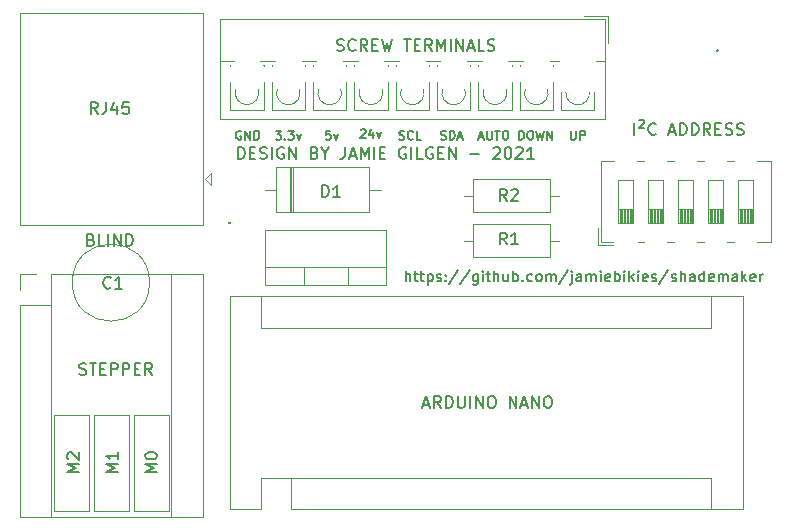
<source format=gbr>
%TF.GenerationSoftware,KiCad,Pcbnew,(5.1.9-0-10_14)*%
%TF.CreationDate,2021-03-28T23:18:51-04:00*%
%TF.ProjectId,shademaker,73686164-656d-4616-9b65-722e6b696361,rev?*%
%TF.SameCoordinates,Original*%
%TF.FileFunction,Legend,Top*%
%TF.FilePolarity,Positive*%
%FSLAX46Y46*%
G04 Gerber Fmt 4.6, Leading zero omitted, Abs format (unit mm)*
G04 Created by KiCad (PCBNEW (5.1.9-0-10_14)) date 2021-03-28 23:18:51*
%MOMM*%
%LPD*%
G01*
G04 APERTURE LIST*
%ADD10C,0.150000*%
%ADD11C,0.120000*%
G04 APERTURE END LIST*
D10*
X146629571Y-87473285D02*
X147093857Y-87473285D01*
X146843857Y-87759000D01*
X146951000Y-87759000D01*
X147022428Y-87794714D01*
X147058142Y-87830428D01*
X147093857Y-87901857D01*
X147093857Y-88080428D01*
X147058142Y-88151857D01*
X147022428Y-88187571D01*
X146951000Y-88223285D01*
X146736714Y-88223285D01*
X146665285Y-88187571D01*
X146629571Y-88151857D01*
X147415285Y-88151857D02*
X147451000Y-88187571D01*
X147415285Y-88223285D01*
X147379571Y-88187571D01*
X147415285Y-88151857D01*
X147415285Y-88223285D01*
X147701000Y-87473285D02*
X148165285Y-87473285D01*
X147915285Y-87759000D01*
X148022428Y-87759000D01*
X148093857Y-87794714D01*
X148129571Y-87830428D01*
X148165285Y-87901857D01*
X148165285Y-88080428D01*
X148129571Y-88151857D01*
X148093857Y-88187571D01*
X148022428Y-88223285D01*
X147808142Y-88223285D01*
X147736714Y-88187571D01*
X147701000Y-88151857D01*
X148415285Y-87723285D02*
X148593857Y-88223285D01*
X148772428Y-87723285D01*
X171622714Y-87473285D02*
X171622714Y-88080428D01*
X171658428Y-88151857D01*
X171694142Y-88187571D01*
X171765571Y-88223285D01*
X171908428Y-88223285D01*
X171979857Y-88187571D01*
X172015571Y-88151857D01*
X172051285Y-88080428D01*
X172051285Y-87473285D01*
X172408428Y-88223285D02*
X172408428Y-87473285D01*
X172694142Y-87473285D01*
X172765571Y-87509000D01*
X172801285Y-87544714D01*
X172837000Y-87616142D01*
X172837000Y-87723285D01*
X172801285Y-87794714D01*
X172765571Y-87830428D01*
X172694142Y-87866142D01*
X172408428Y-87866142D01*
X167245285Y-88223285D02*
X167245285Y-87473285D01*
X167423857Y-87473285D01*
X167531000Y-87509000D01*
X167602428Y-87580428D01*
X167638142Y-87651857D01*
X167673857Y-87794714D01*
X167673857Y-87901857D01*
X167638142Y-88044714D01*
X167602428Y-88116142D01*
X167531000Y-88187571D01*
X167423857Y-88223285D01*
X167245285Y-88223285D01*
X168138142Y-87473285D02*
X168281000Y-87473285D01*
X168352428Y-87509000D01*
X168423857Y-87580428D01*
X168459571Y-87723285D01*
X168459571Y-87973285D01*
X168423857Y-88116142D01*
X168352428Y-88187571D01*
X168281000Y-88223285D01*
X168138142Y-88223285D01*
X168066714Y-88187571D01*
X167995285Y-88116142D01*
X167959571Y-87973285D01*
X167959571Y-87723285D01*
X167995285Y-87580428D01*
X168066714Y-87509000D01*
X168138142Y-87473285D01*
X168709571Y-87473285D02*
X168888142Y-88223285D01*
X169031000Y-87687571D01*
X169173857Y-88223285D01*
X169352428Y-87473285D01*
X169638142Y-88223285D02*
X169638142Y-87473285D01*
X170066714Y-88223285D01*
X170066714Y-87473285D01*
X163850000Y-88009000D02*
X164207142Y-88009000D01*
X163778571Y-88223285D02*
X164028571Y-87473285D01*
X164278571Y-88223285D01*
X164528571Y-87473285D02*
X164528571Y-88080428D01*
X164564285Y-88151857D01*
X164600000Y-88187571D01*
X164671428Y-88223285D01*
X164814285Y-88223285D01*
X164885714Y-88187571D01*
X164921428Y-88151857D01*
X164957142Y-88080428D01*
X164957142Y-87473285D01*
X165207142Y-87473285D02*
X165635714Y-87473285D01*
X165421428Y-88223285D02*
X165421428Y-87473285D01*
X166028571Y-87473285D02*
X166171428Y-87473285D01*
X166242857Y-87509000D01*
X166314285Y-87580428D01*
X166350000Y-87723285D01*
X166350000Y-87973285D01*
X166314285Y-88116142D01*
X166242857Y-88187571D01*
X166171428Y-88223285D01*
X166028571Y-88223285D01*
X165957142Y-88187571D01*
X165885714Y-88116142D01*
X165850000Y-87973285D01*
X165850000Y-87723285D01*
X165885714Y-87580428D01*
X165957142Y-87509000D01*
X166028571Y-87473285D01*
X160633285Y-88187571D02*
X160740428Y-88223285D01*
X160919000Y-88223285D01*
X160990428Y-88187571D01*
X161026142Y-88151857D01*
X161061857Y-88080428D01*
X161061857Y-88009000D01*
X161026142Y-87937571D01*
X160990428Y-87901857D01*
X160919000Y-87866142D01*
X160776142Y-87830428D01*
X160704714Y-87794714D01*
X160669000Y-87759000D01*
X160633285Y-87687571D01*
X160633285Y-87616142D01*
X160669000Y-87544714D01*
X160704714Y-87509000D01*
X160776142Y-87473285D01*
X160954714Y-87473285D01*
X161061857Y-87509000D01*
X161383285Y-88223285D02*
X161383285Y-87473285D01*
X161561857Y-87473285D01*
X161669000Y-87509000D01*
X161740428Y-87580428D01*
X161776142Y-87651857D01*
X161811857Y-87794714D01*
X161811857Y-87901857D01*
X161776142Y-88044714D01*
X161740428Y-88116142D01*
X161669000Y-88187571D01*
X161561857Y-88223285D01*
X161383285Y-88223285D01*
X162097571Y-88009000D02*
X162454714Y-88009000D01*
X162026142Y-88223285D02*
X162276142Y-87473285D01*
X162526142Y-88223285D01*
X157095142Y-88187571D02*
X157202285Y-88223285D01*
X157380857Y-88223285D01*
X157452285Y-88187571D01*
X157488000Y-88151857D01*
X157523714Y-88080428D01*
X157523714Y-88009000D01*
X157488000Y-87937571D01*
X157452285Y-87901857D01*
X157380857Y-87866142D01*
X157238000Y-87830428D01*
X157166571Y-87794714D01*
X157130857Y-87759000D01*
X157095142Y-87687571D01*
X157095142Y-87616142D01*
X157130857Y-87544714D01*
X157166571Y-87509000D01*
X157238000Y-87473285D01*
X157416571Y-87473285D01*
X157523714Y-87509000D01*
X158273714Y-88151857D02*
X158238000Y-88187571D01*
X158130857Y-88223285D01*
X158059428Y-88223285D01*
X157952285Y-88187571D01*
X157880857Y-88116142D01*
X157845142Y-88044714D01*
X157809428Y-87901857D01*
X157809428Y-87794714D01*
X157845142Y-87651857D01*
X157880857Y-87580428D01*
X157952285Y-87509000D01*
X158059428Y-87473285D01*
X158130857Y-87473285D01*
X158238000Y-87509000D01*
X158273714Y-87544714D01*
X158952285Y-88223285D02*
X158595142Y-88223285D01*
X158595142Y-87473285D01*
X153828857Y-87417714D02*
X153864571Y-87382000D01*
X153936000Y-87346285D01*
X154114571Y-87346285D01*
X154186000Y-87382000D01*
X154221714Y-87417714D01*
X154257428Y-87489142D01*
X154257428Y-87560571D01*
X154221714Y-87667714D01*
X153793142Y-88096285D01*
X154257428Y-88096285D01*
X154900285Y-87596285D02*
X154900285Y-88096285D01*
X154721714Y-87310571D02*
X154543142Y-87846285D01*
X155007428Y-87846285D01*
X155221714Y-87596285D02*
X155400285Y-88096285D01*
X155578857Y-87596285D01*
X151276857Y-87473285D02*
X150919714Y-87473285D01*
X150884000Y-87830428D01*
X150919714Y-87794714D01*
X150991142Y-87759000D01*
X151169714Y-87759000D01*
X151241142Y-87794714D01*
X151276857Y-87830428D01*
X151312571Y-87901857D01*
X151312571Y-88080428D01*
X151276857Y-88151857D01*
X151241142Y-88187571D01*
X151169714Y-88223285D01*
X150991142Y-88223285D01*
X150919714Y-88187571D01*
X150884000Y-88151857D01*
X151562571Y-87723285D02*
X151741142Y-88223285D01*
X151919714Y-87723285D01*
X143700571Y-87509000D02*
X143629142Y-87473285D01*
X143522000Y-87473285D01*
X143414857Y-87509000D01*
X143343428Y-87580428D01*
X143307714Y-87651857D01*
X143272000Y-87794714D01*
X143272000Y-87901857D01*
X143307714Y-88044714D01*
X143343428Y-88116142D01*
X143414857Y-88187571D01*
X143522000Y-88223285D01*
X143593428Y-88223285D01*
X143700571Y-88187571D01*
X143736285Y-88151857D01*
X143736285Y-87901857D01*
X143593428Y-87901857D01*
X144057714Y-88223285D02*
X144057714Y-87473285D01*
X144486285Y-88223285D01*
X144486285Y-87473285D01*
X144843428Y-88223285D02*
X144843428Y-87473285D01*
X145022000Y-87473285D01*
X145129142Y-87509000D01*
X145200571Y-87580428D01*
X145236285Y-87651857D01*
X145272000Y-87794714D01*
X145272000Y-87901857D01*
X145236285Y-88044714D01*
X145200571Y-88116142D01*
X145129142Y-88187571D01*
X145022000Y-88223285D01*
X144843428Y-88223285D01*
X157655714Y-100229142D02*
X157655714Y-99329142D01*
X158041428Y-100229142D02*
X158041428Y-99757714D01*
X157998571Y-99672000D01*
X157912857Y-99629142D01*
X157784285Y-99629142D01*
X157698571Y-99672000D01*
X157655714Y-99714857D01*
X158341428Y-99629142D02*
X158684285Y-99629142D01*
X158470000Y-99329142D02*
X158470000Y-100100571D01*
X158512857Y-100186285D01*
X158598571Y-100229142D01*
X158684285Y-100229142D01*
X158855714Y-99629142D02*
X159198571Y-99629142D01*
X158984285Y-99329142D02*
X158984285Y-100100571D01*
X159027142Y-100186285D01*
X159112857Y-100229142D01*
X159198571Y-100229142D01*
X159498571Y-99629142D02*
X159498571Y-100529142D01*
X159498571Y-99672000D02*
X159584285Y-99629142D01*
X159755714Y-99629142D01*
X159841428Y-99672000D01*
X159884285Y-99714857D01*
X159927142Y-99800571D01*
X159927142Y-100057714D01*
X159884285Y-100143428D01*
X159841428Y-100186285D01*
X159755714Y-100229142D01*
X159584285Y-100229142D01*
X159498571Y-100186285D01*
X160270000Y-100186285D02*
X160355714Y-100229142D01*
X160527142Y-100229142D01*
X160612857Y-100186285D01*
X160655714Y-100100571D01*
X160655714Y-100057714D01*
X160612857Y-99972000D01*
X160527142Y-99929142D01*
X160398571Y-99929142D01*
X160312857Y-99886285D01*
X160270000Y-99800571D01*
X160270000Y-99757714D01*
X160312857Y-99672000D01*
X160398571Y-99629142D01*
X160527142Y-99629142D01*
X160612857Y-99672000D01*
X161041428Y-100143428D02*
X161084285Y-100186285D01*
X161041428Y-100229142D01*
X160998571Y-100186285D01*
X161041428Y-100143428D01*
X161041428Y-100229142D01*
X161041428Y-99672000D02*
X161084285Y-99714857D01*
X161041428Y-99757714D01*
X160998571Y-99714857D01*
X161041428Y-99672000D01*
X161041428Y-99757714D01*
X162112857Y-99286285D02*
X161341428Y-100443428D01*
X163055714Y-99286285D02*
X162284285Y-100443428D01*
X163741428Y-99629142D02*
X163741428Y-100357714D01*
X163698571Y-100443428D01*
X163655714Y-100486285D01*
X163570000Y-100529142D01*
X163441428Y-100529142D01*
X163355714Y-100486285D01*
X163741428Y-100186285D02*
X163655714Y-100229142D01*
X163484285Y-100229142D01*
X163398571Y-100186285D01*
X163355714Y-100143428D01*
X163312857Y-100057714D01*
X163312857Y-99800571D01*
X163355714Y-99714857D01*
X163398571Y-99672000D01*
X163484285Y-99629142D01*
X163655714Y-99629142D01*
X163741428Y-99672000D01*
X164170000Y-100229142D02*
X164170000Y-99629142D01*
X164170000Y-99329142D02*
X164127142Y-99372000D01*
X164170000Y-99414857D01*
X164212857Y-99372000D01*
X164170000Y-99329142D01*
X164170000Y-99414857D01*
X164470000Y-99629142D02*
X164812857Y-99629142D01*
X164598571Y-99329142D02*
X164598571Y-100100571D01*
X164641428Y-100186285D01*
X164727142Y-100229142D01*
X164812857Y-100229142D01*
X165112857Y-100229142D02*
X165112857Y-99329142D01*
X165498571Y-100229142D02*
X165498571Y-99757714D01*
X165455714Y-99672000D01*
X165370000Y-99629142D01*
X165241428Y-99629142D01*
X165155714Y-99672000D01*
X165112857Y-99714857D01*
X166312857Y-99629142D02*
X166312857Y-100229142D01*
X165927142Y-99629142D02*
X165927142Y-100100571D01*
X165970000Y-100186285D01*
X166055714Y-100229142D01*
X166184285Y-100229142D01*
X166270000Y-100186285D01*
X166312857Y-100143428D01*
X166741428Y-100229142D02*
X166741428Y-99329142D01*
X166741428Y-99672000D02*
X166827142Y-99629142D01*
X166998571Y-99629142D01*
X167084285Y-99672000D01*
X167127142Y-99714857D01*
X167170000Y-99800571D01*
X167170000Y-100057714D01*
X167127142Y-100143428D01*
X167084285Y-100186285D01*
X166998571Y-100229142D01*
X166827142Y-100229142D01*
X166741428Y-100186285D01*
X167555714Y-100143428D02*
X167598571Y-100186285D01*
X167555714Y-100229142D01*
X167512857Y-100186285D01*
X167555714Y-100143428D01*
X167555714Y-100229142D01*
X168370000Y-100186285D02*
X168284285Y-100229142D01*
X168112857Y-100229142D01*
X168027142Y-100186285D01*
X167984285Y-100143428D01*
X167941428Y-100057714D01*
X167941428Y-99800571D01*
X167984285Y-99714857D01*
X168027142Y-99672000D01*
X168112857Y-99629142D01*
X168284285Y-99629142D01*
X168370000Y-99672000D01*
X168884285Y-100229142D02*
X168798571Y-100186285D01*
X168755714Y-100143428D01*
X168712857Y-100057714D01*
X168712857Y-99800571D01*
X168755714Y-99714857D01*
X168798571Y-99672000D01*
X168884285Y-99629142D01*
X169012857Y-99629142D01*
X169098571Y-99672000D01*
X169141428Y-99714857D01*
X169184285Y-99800571D01*
X169184285Y-100057714D01*
X169141428Y-100143428D01*
X169098571Y-100186285D01*
X169012857Y-100229142D01*
X168884285Y-100229142D01*
X169570000Y-100229142D02*
X169570000Y-99629142D01*
X169570000Y-99714857D02*
X169612857Y-99672000D01*
X169698571Y-99629142D01*
X169827142Y-99629142D01*
X169912857Y-99672000D01*
X169955714Y-99757714D01*
X169955714Y-100229142D01*
X169955714Y-99757714D02*
X169998571Y-99672000D01*
X170084285Y-99629142D01*
X170212857Y-99629142D01*
X170298571Y-99672000D01*
X170341428Y-99757714D01*
X170341428Y-100229142D01*
X171412857Y-99286285D02*
X170641428Y-100443428D01*
X171712857Y-99629142D02*
X171712857Y-100400571D01*
X171670000Y-100486285D01*
X171584285Y-100529142D01*
X171541428Y-100529142D01*
X171712857Y-99329142D02*
X171670000Y-99372000D01*
X171712857Y-99414857D01*
X171755714Y-99372000D01*
X171712857Y-99329142D01*
X171712857Y-99414857D01*
X172527142Y-100229142D02*
X172527142Y-99757714D01*
X172484285Y-99672000D01*
X172398571Y-99629142D01*
X172227142Y-99629142D01*
X172141428Y-99672000D01*
X172527142Y-100186285D02*
X172441428Y-100229142D01*
X172227142Y-100229142D01*
X172141428Y-100186285D01*
X172098571Y-100100571D01*
X172098571Y-100014857D01*
X172141428Y-99929142D01*
X172227142Y-99886285D01*
X172441428Y-99886285D01*
X172527142Y-99843428D01*
X172955714Y-100229142D02*
X172955714Y-99629142D01*
X172955714Y-99714857D02*
X172998571Y-99672000D01*
X173084285Y-99629142D01*
X173212857Y-99629142D01*
X173298571Y-99672000D01*
X173341428Y-99757714D01*
X173341428Y-100229142D01*
X173341428Y-99757714D02*
X173384285Y-99672000D01*
X173470000Y-99629142D01*
X173598571Y-99629142D01*
X173684285Y-99672000D01*
X173727142Y-99757714D01*
X173727142Y-100229142D01*
X174155714Y-100229142D02*
X174155714Y-99629142D01*
X174155714Y-99329142D02*
X174112857Y-99372000D01*
X174155714Y-99414857D01*
X174198571Y-99372000D01*
X174155714Y-99329142D01*
X174155714Y-99414857D01*
X174927142Y-100186285D02*
X174841428Y-100229142D01*
X174670000Y-100229142D01*
X174584285Y-100186285D01*
X174541428Y-100100571D01*
X174541428Y-99757714D01*
X174584285Y-99672000D01*
X174670000Y-99629142D01*
X174841428Y-99629142D01*
X174927142Y-99672000D01*
X174970000Y-99757714D01*
X174970000Y-99843428D01*
X174541428Y-99929142D01*
X175355714Y-100229142D02*
X175355714Y-99329142D01*
X175355714Y-99672000D02*
X175441428Y-99629142D01*
X175612857Y-99629142D01*
X175698571Y-99672000D01*
X175741428Y-99714857D01*
X175784285Y-99800571D01*
X175784285Y-100057714D01*
X175741428Y-100143428D01*
X175698571Y-100186285D01*
X175612857Y-100229142D01*
X175441428Y-100229142D01*
X175355714Y-100186285D01*
X176170000Y-100229142D02*
X176170000Y-99629142D01*
X176170000Y-99329142D02*
X176127142Y-99372000D01*
X176170000Y-99414857D01*
X176212857Y-99372000D01*
X176170000Y-99329142D01*
X176170000Y-99414857D01*
X176598571Y-100229142D02*
X176598571Y-99329142D01*
X176684285Y-99886285D02*
X176941428Y-100229142D01*
X176941428Y-99629142D02*
X176598571Y-99972000D01*
X177327142Y-100229142D02*
X177327142Y-99629142D01*
X177327142Y-99329142D02*
X177284285Y-99372000D01*
X177327142Y-99414857D01*
X177370000Y-99372000D01*
X177327142Y-99329142D01*
X177327142Y-99414857D01*
X178098571Y-100186285D02*
X178012857Y-100229142D01*
X177841428Y-100229142D01*
X177755714Y-100186285D01*
X177712857Y-100100571D01*
X177712857Y-99757714D01*
X177755714Y-99672000D01*
X177841428Y-99629142D01*
X178012857Y-99629142D01*
X178098571Y-99672000D01*
X178141428Y-99757714D01*
X178141428Y-99843428D01*
X177712857Y-99929142D01*
X178484285Y-100186285D02*
X178570000Y-100229142D01*
X178741428Y-100229142D01*
X178827142Y-100186285D01*
X178870000Y-100100571D01*
X178870000Y-100057714D01*
X178827142Y-99972000D01*
X178741428Y-99929142D01*
X178612857Y-99929142D01*
X178527142Y-99886285D01*
X178484285Y-99800571D01*
X178484285Y-99757714D01*
X178527142Y-99672000D01*
X178612857Y-99629142D01*
X178741428Y-99629142D01*
X178827142Y-99672000D01*
X179898571Y-99286285D02*
X179127142Y-100443428D01*
X180155714Y-100186285D02*
X180241428Y-100229142D01*
X180412857Y-100229142D01*
X180498571Y-100186285D01*
X180541428Y-100100571D01*
X180541428Y-100057714D01*
X180498571Y-99972000D01*
X180412857Y-99929142D01*
X180284285Y-99929142D01*
X180198571Y-99886285D01*
X180155714Y-99800571D01*
X180155714Y-99757714D01*
X180198571Y-99672000D01*
X180284285Y-99629142D01*
X180412857Y-99629142D01*
X180498571Y-99672000D01*
X180927142Y-100229142D02*
X180927142Y-99329142D01*
X181312857Y-100229142D02*
X181312857Y-99757714D01*
X181270000Y-99672000D01*
X181184285Y-99629142D01*
X181055714Y-99629142D01*
X180970000Y-99672000D01*
X180927142Y-99714857D01*
X182127142Y-100229142D02*
X182127142Y-99757714D01*
X182084285Y-99672000D01*
X181998571Y-99629142D01*
X181827142Y-99629142D01*
X181741428Y-99672000D01*
X182127142Y-100186285D02*
X182041428Y-100229142D01*
X181827142Y-100229142D01*
X181741428Y-100186285D01*
X181698571Y-100100571D01*
X181698571Y-100014857D01*
X181741428Y-99929142D01*
X181827142Y-99886285D01*
X182041428Y-99886285D01*
X182127142Y-99843428D01*
X182941428Y-100229142D02*
X182941428Y-99329142D01*
X182941428Y-100186285D02*
X182855714Y-100229142D01*
X182684285Y-100229142D01*
X182598571Y-100186285D01*
X182555714Y-100143428D01*
X182512857Y-100057714D01*
X182512857Y-99800571D01*
X182555714Y-99714857D01*
X182598571Y-99672000D01*
X182684285Y-99629142D01*
X182855714Y-99629142D01*
X182941428Y-99672000D01*
X183712857Y-100186285D02*
X183627142Y-100229142D01*
X183455714Y-100229142D01*
X183370000Y-100186285D01*
X183327142Y-100100571D01*
X183327142Y-99757714D01*
X183370000Y-99672000D01*
X183455714Y-99629142D01*
X183627142Y-99629142D01*
X183712857Y-99672000D01*
X183755714Y-99757714D01*
X183755714Y-99843428D01*
X183327142Y-99929142D01*
X184141428Y-100229142D02*
X184141428Y-99629142D01*
X184141428Y-99714857D02*
X184184285Y-99672000D01*
X184270000Y-99629142D01*
X184398571Y-99629142D01*
X184484285Y-99672000D01*
X184527142Y-99757714D01*
X184527142Y-100229142D01*
X184527142Y-99757714D02*
X184570000Y-99672000D01*
X184655714Y-99629142D01*
X184784285Y-99629142D01*
X184870000Y-99672000D01*
X184912857Y-99757714D01*
X184912857Y-100229142D01*
X185727142Y-100229142D02*
X185727142Y-99757714D01*
X185684285Y-99672000D01*
X185598571Y-99629142D01*
X185427142Y-99629142D01*
X185341428Y-99672000D01*
X185727142Y-100186285D02*
X185641428Y-100229142D01*
X185427142Y-100229142D01*
X185341428Y-100186285D01*
X185298571Y-100100571D01*
X185298571Y-100014857D01*
X185341428Y-99929142D01*
X185427142Y-99886285D01*
X185641428Y-99886285D01*
X185727142Y-99843428D01*
X186155714Y-100229142D02*
X186155714Y-99329142D01*
X186241428Y-99886285D02*
X186498571Y-100229142D01*
X186498571Y-99629142D02*
X186155714Y-99972000D01*
X187227142Y-100186285D02*
X187141428Y-100229142D01*
X186970000Y-100229142D01*
X186884285Y-100186285D01*
X186841428Y-100100571D01*
X186841428Y-99757714D01*
X186884285Y-99672000D01*
X186970000Y-99629142D01*
X187141428Y-99629142D01*
X187227142Y-99672000D01*
X187270000Y-99757714D01*
X187270000Y-99843428D01*
X186841428Y-99929142D01*
X187655714Y-100229142D02*
X187655714Y-99629142D01*
X187655714Y-99800571D02*
X187698571Y-99714857D01*
X187741428Y-99672000D01*
X187827142Y-99629142D01*
X187912857Y-99629142D01*
X143456000Y-89860380D02*
X143456000Y-88860380D01*
X143694095Y-88860380D01*
X143836952Y-88908000D01*
X143932190Y-89003238D01*
X143979809Y-89098476D01*
X144027428Y-89288952D01*
X144027428Y-89431809D01*
X143979809Y-89622285D01*
X143932190Y-89717523D01*
X143836952Y-89812761D01*
X143694095Y-89860380D01*
X143456000Y-89860380D01*
X144456000Y-89336571D02*
X144789333Y-89336571D01*
X144932190Y-89860380D02*
X144456000Y-89860380D01*
X144456000Y-88860380D01*
X144932190Y-88860380D01*
X145313142Y-89812761D02*
X145456000Y-89860380D01*
X145694095Y-89860380D01*
X145789333Y-89812761D01*
X145836952Y-89765142D01*
X145884571Y-89669904D01*
X145884571Y-89574666D01*
X145836952Y-89479428D01*
X145789333Y-89431809D01*
X145694095Y-89384190D01*
X145503619Y-89336571D01*
X145408380Y-89288952D01*
X145360761Y-89241333D01*
X145313142Y-89146095D01*
X145313142Y-89050857D01*
X145360761Y-88955619D01*
X145408380Y-88908000D01*
X145503619Y-88860380D01*
X145741714Y-88860380D01*
X145884571Y-88908000D01*
X146313142Y-89860380D02*
X146313142Y-88860380D01*
X147313142Y-88908000D02*
X147217904Y-88860380D01*
X147075047Y-88860380D01*
X146932190Y-88908000D01*
X146836952Y-89003238D01*
X146789333Y-89098476D01*
X146741714Y-89288952D01*
X146741714Y-89431809D01*
X146789333Y-89622285D01*
X146836952Y-89717523D01*
X146932190Y-89812761D01*
X147075047Y-89860380D01*
X147170285Y-89860380D01*
X147313142Y-89812761D01*
X147360761Y-89765142D01*
X147360761Y-89431809D01*
X147170285Y-89431809D01*
X147789333Y-89860380D02*
X147789333Y-88860380D01*
X148360761Y-89860380D01*
X148360761Y-88860380D01*
X149932190Y-89336571D02*
X150075047Y-89384190D01*
X150122666Y-89431809D01*
X150170285Y-89527047D01*
X150170285Y-89669904D01*
X150122666Y-89765142D01*
X150075047Y-89812761D01*
X149979809Y-89860380D01*
X149598857Y-89860380D01*
X149598857Y-88860380D01*
X149932190Y-88860380D01*
X150027428Y-88908000D01*
X150075047Y-88955619D01*
X150122666Y-89050857D01*
X150122666Y-89146095D01*
X150075047Y-89241333D01*
X150027428Y-89288952D01*
X149932190Y-89336571D01*
X149598857Y-89336571D01*
X150789333Y-89384190D02*
X150789333Y-89860380D01*
X150456000Y-88860380D02*
X150789333Y-89384190D01*
X151122666Y-88860380D01*
X152503619Y-88860380D02*
X152503619Y-89574666D01*
X152456000Y-89717523D01*
X152360761Y-89812761D01*
X152217904Y-89860380D01*
X152122666Y-89860380D01*
X152932190Y-89574666D02*
X153408380Y-89574666D01*
X152836952Y-89860380D02*
X153170285Y-88860380D01*
X153503619Y-89860380D01*
X153836952Y-89860380D02*
X153836952Y-88860380D01*
X154170285Y-89574666D01*
X154503619Y-88860380D01*
X154503619Y-89860380D01*
X154979809Y-89860380D02*
X154979809Y-88860380D01*
X155456000Y-89336571D02*
X155789333Y-89336571D01*
X155932190Y-89860380D02*
X155456000Y-89860380D01*
X155456000Y-88860380D01*
X155932190Y-88860380D01*
X157646476Y-88908000D02*
X157551238Y-88860380D01*
X157408380Y-88860380D01*
X157265523Y-88908000D01*
X157170285Y-89003238D01*
X157122666Y-89098476D01*
X157075047Y-89288952D01*
X157075047Y-89431809D01*
X157122666Y-89622285D01*
X157170285Y-89717523D01*
X157265523Y-89812761D01*
X157408380Y-89860380D01*
X157503619Y-89860380D01*
X157646476Y-89812761D01*
X157694095Y-89765142D01*
X157694095Y-89431809D01*
X157503619Y-89431809D01*
X158122666Y-89860380D02*
X158122666Y-88860380D01*
X159075047Y-89860380D02*
X158598857Y-89860380D01*
X158598857Y-88860380D01*
X159932190Y-88908000D02*
X159836952Y-88860380D01*
X159694095Y-88860380D01*
X159551238Y-88908000D01*
X159456000Y-89003238D01*
X159408380Y-89098476D01*
X159360761Y-89288952D01*
X159360761Y-89431809D01*
X159408380Y-89622285D01*
X159456000Y-89717523D01*
X159551238Y-89812761D01*
X159694095Y-89860380D01*
X159789333Y-89860380D01*
X159932190Y-89812761D01*
X159979809Y-89765142D01*
X159979809Y-89431809D01*
X159789333Y-89431809D01*
X160408380Y-89336571D02*
X160741714Y-89336571D01*
X160884571Y-89860380D02*
X160408380Y-89860380D01*
X160408380Y-88860380D01*
X160884571Y-88860380D01*
X161313142Y-89860380D02*
X161313142Y-88860380D01*
X161884571Y-89860380D01*
X161884571Y-88860380D01*
X163122666Y-89479428D02*
X163884571Y-89479428D01*
X165075047Y-88955619D02*
X165122666Y-88908000D01*
X165217904Y-88860380D01*
X165456000Y-88860380D01*
X165551238Y-88908000D01*
X165598857Y-88955619D01*
X165646476Y-89050857D01*
X165646476Y-89146095D01*
X165598857Y-89288952D01*
X165027428Y-89860380D01*
X165646476Y-89860380D01*
X166265523Y-88860380D02*
X166360761Y-88860380D01*
X166456000Y-88908000D01*
X166503619Y-88955619D01*
X166551238Y-89050857D01*
X166598857Y-89241333D01*
X166598857Y-89479428D01*
X166551238Y-89669904D01*
X166503619Y-89765142D01*
X166456000Y-89812761D01*
X166360761Y-89860380D01*
X166265523Y-89860380D01*
X166170285Y-89812761D01*
X166122666Y-89765142D01*
X166075047Y-89669904D01*
X166027428Y-89479428D01*
X166027428Y-89241333D01*
X166075047Y-89050857D01*
X166122666Y-88955619D01*
X166170285Y-88908000D01*
X166265523Y-88860380D01*
X166979809Y-88955619D02*
X167027428Y-88908000D01*
X167122666Y-88860380D01*
X167360761Y-88860380D01*
X167456000Y-88908000D01*
X167503619Y-88955619D01*
X167551238Y-89050857D01*
X167551238Y-89146095D01*
X167503619Y-89288952D01*
X166932190Y-89860380D01*
X167551238Y-89860380D01*
X168503619Y-89860380D02*
X167932190Y-89860380D01*
X168217904Y-89860380D02*
X168217904Y-88860380D01*
X168122666Y-89003238D01*
X168027428Y-89098476D01*
X167932190Y-89146095D01*
D11*
%TO.C,SW1*%
X174166000Y-96882000D02*
X174166000Y-90061000D01*
X188547000Y-96882000D02*
X188547000Y-90061000D01*
X174166000Y-96882000D02*
X175236000Y-96882000D01*
X177316000Y-96882000D02*
X177827000Y-96882000D01*
X179806000Y-96882000D02*
X180367000Y-96882000D01*
X182346000Y-96882000D02*
X182907000Y-96882000D01*
X184886000Y-96882000D02*
X185446000Y-96882000D01*
X187426000Y-96882000D02*
X188547000Y-96882000D01*
X187426000Y-90061000D02*
X188547000Y-90061000D01*
X184886000Y-90061000D02*
X185446000Y-90061000D01*
X182346000Y-90061000D02*
X182907000Y-90061000D01*
X179806000Y-90061000D02*
X180367000Y-90061000D01*
X174166000Y-90061000D02*
X175286000Y-90061000D01*
X177266000Y-90061000D02*
X177827000Y-90061000D01*
X173926000Y-97122000D02*
X173926000Y-95739000D01*
X173926000Y-97122000D02*
X175236000Y-97122000D01*
X175641000Y-95282000D02*
X176911000Y-95282000D01*
X176911000Y-95282000D02*
X176911000Y-91662000D01*
X176911000Y-91662000D02*
X175641000Y-91662000D01*
X175641000Y-91662000D02*
X175641000Y-95282000D01*
X175761000Y-95282000D02*
X175761000Y-94075333D01*
X175881000Y-95282000D02*
X175881000Y-94075333D01*
X176001000Y-95282000D02*
X176001000Y-94075333D01*
X176121000Y-95282000D02*
X176121000Y-94075333D01*
X176241000Y-95282000D02*
X176241000Y-94075333D01*
X176361000Y-95282000D02*
X176361000Y-94075333D01*
X176481000Y-95282000D02*
X176481000Y-94075333D01*
X176601000Y-95282000D02*
X176601000Y-94075333D01*
X176721000Y-95282000D02*
X176721000Y-94075333D01*
X176841000Y-95282000D02*
X176841000Y-94075333D01*
X175641000Y-94075333D02*
X176911000Y-94075333D01*
X178181000Y-95282000D02*
X179451000Y-95282000D01*
X179451000Y-95282000D02*
X179451000Y-91662000D01*
X179451000Y-91662000D02*
X178181000Y-91662000D01*
X178181000Y-91662000D02*
X178181000Y-95282000D01*
X178301000Y-95282000D02*
X178301000Y-94075333D01*
X178421000Y-95282000D02*
X178421000Y-94075333D01*
X178541000Y-95282000D02*
X178541000Y-94075333D01*
X178661000Y-95282000D02*
X178661000Y-94075333D01*
X178781000Y-95282000D02*
X178781000Y-94075333D01*
X178901000Y-95282000D02*
X178901000Y-94075333D01*
X179021000Y-95282000D02*
X179021000Y-94075333D01*
X179141000Y-95282000D02*
X179141000Y-94075333D01*
X179261000Y-95282000D02*
X179261000Y-94075333D01*
X179381000Y-95282000D02*
X179381000Y-94075333D01*
X178181000Y-94075333D02*
X179451000Y-94075333D01*
X180721000Y-95282000D02*
X181991000Y-95282000D01*
X181991000Y-95282000D02*
X181991000Y-91662000D01*
X181991000Y-91662000D02*
X180721000Y-91662000D01*
X180721000Y-91662000D02*
X180721000Y-95282000D01*
X180841000Y-95282000D02*
X180841000Y-94075333D01*
X180961000Y-95282000D02*
X180961000Y-94075333D01*
X181081000Y-95282000D02*
X181081000Y-94075333D01*
X181201000Y-95282000D02*
X181201000Y-94075333D01*
X181321000Y-95282000D02*
X181321000Y-94075333D01*
X181441000Y-95282000D02*
X181441000Y-94075333D01*
X181561000Y-95282000D02*
X181561000Y-94075333D01*
X181681000Y-95282000D02*
X181681000Y-94075333D01*
X181801000Y-95282000D02*
X181801000Y-94075333D01*
X181921000Y-95282000D02*
X181921000Y-94075333D01*
X180721000Y-94075333D02*
X181991000Y-94075333D01*
X183261000Y-95282000D02*
X184531000Y-95282000D01*
X184531000Y-95282000D02*
X184531000Y-91662000D01*
X184531000Y-91662000D02*
X183261000Y-91662000D01*
X183261000Y-91662000D02*
X183261000Y-95282000D01*
X183381000Y-95282000D02*
X183381000Y-94075333D01*
X183501000Y-95282000D02*
X183501000Y-94075333D01*
X183621000Y-95282000D02*
X183621000Y-94075333D01*
X183741000Y-95282000D02*
X183741000Y-94075333D01*
X183861000Y-95282000D02*
X183861000Y-94075333D01*
X183981000Y-95282000D02*
X183981000Y-94075333D01*
X184101000Y-95282000D02*
X184101000Y-94075333D01*
X184221000Y-95282000D02*
X184221000Y-94075333D01*
X184341000Y-95282000D02*
X184341000Y-94075333D01*
X184461000Y-95282000D02*
X184461000Y-94075333D01*
X183261000Y-94075333D02*
X184531000Y-94075333D01*
X185801000Y-95282000D02*
X187071000Y-95282000D01*
X187071000Y-95282000D02*
X187071000Y-91662000D01*
X187071000Y-91662000D02*
X185801000Y-91662000D01*
X185801000Y-91662000D02*
X185801000Y-95282000D01*
X185921000Y-95282000D02*
X185921000Y-94075333D01*
X186041000Y-95282000D02*
X186041000Y-94075333D01*
X186161000Y-95282000D02*
X186161000Y-94075333D01*
X186281000Y-95282000D02*
X186281000Y-94075333D01*
X186401000Y-95282000D02*
X186401000Y-94075333D01*
X186521000Y-95282000D02*
X186521000Y-94075333D01*
X186641000Y-95282000D02*
X186641000Y-94075333D01*
X186761000Y-95282000D02*
X186761000Y-94075333D01*
X186881000Y-95282000D02*
X186881000Y-94075333D01*
X187001000Y-95282000D02*
X187001000Y-94075333D01*
X185801000Y-94075333D02*
X187071000Y-94075333D01*
%TO.C,R1*%
X162584000Y-96774000D02*
X163354000Y-96774000D01*
X170664000Y-96774000D02*
X169894000Y-96774000D01*
X163354000Y-98144000D02*
X169894000Y-98144000D01*
X163354000Y-95404000D02*
X163354000Y-98144000D01*
X169894000Y-95404000D02*
X163354000Y-95404000D01*
X169894000Y-98144000D02*
X169894000Y-95404000D01*
%TO.C,ARDUINO1*%
X142745000Y-101470000D02*
X142745000Y-119510000D01*
X186185000Y-101470000D02*
X142745000Y-101470000D01*
X186185000Y-119510000D02*
X186185000Y-101470000D01*
X183515000Y-116840000D02*
X183515000Y-119510000D01*
X147955000Y-116840000D02*
X183515000Y-116840000D01*
X147955000Y-116840000D02*
X147955000Y-119510000D01*
X183515000Y-104140000D02*
X183515000Y-101470000D01*
X145415000Y-104140000D02*
X183515000Y-104140000D01*
X145415000Y-104140000D02*
X145415000Y-101470000D01*
X142745000Y-119510000D02*
X145415000Y-119510000D01*
X147955000Y-119510000D02*
X186185000Y-119510000D01*
X145415000Y-116840000D02*
X145415000Y-119510000D01*
X147955000Y-116840000D02*
X145415000Y-116840000D01*
%TO.C,SCREW1*%
X145151915Y-83934767D02*
G75*
G02*
X143272000Y-83935000I-939915J-342233D01*
G01*
X148651915Y-83934767D02*
G75*
G02*
X146772000Y-83935000I-939915J-342233D01*
G01*
X152151915Y-83934767D02*
G75*
G02*
X150272000Y-83935000I-939915J-342233D01*
G01*
X155651915Y-83934767D02*
G75*
G02*
X153772000Y-83935000I-939915J-342233D01*
G01*
X159151915Y-83934767D02*
G75*
G02*
X157272000Y-83935000I-939915J-342233D01*
G01*
X162651915Y-83934767D02*
G75*
G02*
X160772000Y-83935000I-939915J-342233D01*
G01*
X166151915Y-83934767D02*
G75*
G02*
X164272000Y-83935000I-939915J-342233D01*
G01*
X169651915Y-83934767D02*
G75*
G02*
X167772000Y-83935000I-939915J-342233D01*
G01*
X173209890Y-84206434D02*
G75*
G02*
X171214000Y-84208000I-997890J-70566D01*
G01*
X174522000Y-81576000D02*
X173752000Y-81576000D01*
X170672000Y-81576000D02*
X169845000Y-81576000D01*
X167578000Y-81576000D02*
X166345000Y-81576000D01*
X164078000Y-81576000D02*
X162845000Y-81576000D01*
X160578000Y-81576000D02*
X159345000Y-81576000D01*
X157078000Y-81576000D02*
X155845000Y-81576000D01*
X153578000Y-81576000D02*
X152345000Y-81576000D01*
X150078000Y-81576000D02*
X148845000Y-81576000D01*
X146578000Y-81576000D02*
X145345000Y-81576000D01*
X143078000Y-81576000D02*
X141902000Y-81576000D01*
X174522000Y-86437000D02*
X141902000Y-86437000D01*
X174522000Y-78017000D02*
X141902000Y-78017000D01*
X174522000Y-86437000D02*
X174522000Y-78017000D01*
X141902000Y-86437000D02*
X141902000Y-78017000D01*
X173612000Y-85677000D02*
X170812000Y-85677000D01*
X173612000Y-85677000D02*
X173612000Y-84217000D01*
X170812000Y-85677000D02*
X170812000Y-84217000D01*
X170112000Y-85677000D02*
X167312000Y-85677000D01*
X170112000Y-81927000D02*
X170111000Y-81927000D01*
X167312000Y-81927000D02*
X167312000Y-81927000D01*
X170112000Y-85677000D02*
X170112000Y-83366000D01*
X170112000Y-81988000D02*
X170112000Y-81927000D01*
X167312000Y-85677000D02*
X167312000Y-83366000D01*
X167312000Y-81988000D02*
X167312000Y-81927000D01*
X166612000Y-85677000D02*
X163812000Y-85677000D01*
X166612000Y-81927000D02*
X166611000Y-81927000D01*
X163812000Y-81927000D02*
X163812000Y-81927000D01*
X166612000Y-85677000D02*
X166612000Y-83366000D01*
X166612000Y-81988000D02*
X166612000Y-81927000D01*
X163812000Y-85677000D02*
X163812000Y-83366000D01*
X163812000Y-81988000D02*
X163812000Y-81927000D01*
X163112000Y-85677000D02*
X160312000Y-85677000D01*
X163112000Y-81927000D02*
X163111000Y-81927000D01*
X160312000Y-81927000D02*
X160312000Y-81927000D01*
X163112000Y-85677000D02*
X163112000Y-83366000D01*
X163112000Y-81988000D02*
X163112000Y-81927000D01*
X160312000Y-85677000D02*
X160312000Y-83366000D01*
X160312000Y-81988000D02*
X160312000Y-81927000D01*
X159612000Y-85677000D02*
X156812000Y-85677000D01*
X159612000Y-81927000D02*
X159611000Y-81927000D01*
X156812000Y-81927000D02*
X156812000Y-81927000D01*
X159612000Y-85677000D02*
X159612000Y-83366000D01*
X159612000Y-81988000D02*
X159612000Y-81927000D01*
X156812000Y-85677000D02*
X156812000Y-83366000D01*
X156812000Y-81988000D02*
X156812000Y-81927000D01*
X156111000Y-85677000D02*
X153312000Y-85677000D01*
X156111000Y-81927000D02*
X156111000Y-81927000D01*
X153312000Y-81927000D02*
X153312000Y-81927000D01*
X156111000Y-85677000D02*
X156111000Y-83366000D01*
X156111000Y-81988000D02*
X156111000Y-81927000D01*
X153312000Y-85677000D02*
X153312000Y-83366000D01*
X153312000Y-81988000D02*
X153312000Y-81927000D01*
X152612000Y-85677000D02*
X149812000Y-85677000D01*
X152612000Y-81927000D02*
X152611000Y-81927000D01*
X149812000Y-81927000D02*
X149812000Y-81927000D01*
X152612000Y-85677000D02*
X152612000Y-83366000D01*
X152612000Y-81988000D02*
X152612000Y-81927000D01*
X149812000Y-85677000D02*
X149812000Y-83366000D01*
X149812000Y-81988000D02*
X149812000Y-81927000D01*
X149112000Y-85677000D02*
X146312000Y-85677000D01*
X149112000Y-81927000D02*
X149111000Y-81927000D01*
X146312000Y-81927000D02*
X146312000Y-81927000D01*
X149112000Y-85677000D02*
X149112000Y-83366000D01*
X149112000Y-81988000D02*
X149112000Y-81927000D01*
X146312000Y-85677000D02*
X146312000Y-83366000D01*
X146312000Y-81988000D02*
X146312000Y-81927000D01*
X145612000Y-85677000D02*
X142812000Y-85677000D01*
X145612000Y-81927000D02*
X145611000Y-81927000D01*
X142812000Y-81927000D02*
X142812000Y-81927000D01*
X145612000Y-85677000D02*
X145612000Y-83366000D01*
X145612000Y-81988000D02*
X145612000Y-81927000D01*
X142812000Y-85677000D02*
X142812000Y-83366000D01*
X142812000Y-81988000D02*
X142812000Y-81927000D01*
X174762000Y-80017000D02*
X174762000Y-77777000D01*
X174762000Y-77777000D02*
X172762000Y-77777000D01*
%TO.C,STEPPER1*%
X140465000Y-99565000D02*
X127635000Y-99565000D01*
X140465000Y-120145000D02*
X140465000Y-99565000D01*
X124965000Y-120145000D02*
X140465000Y-120145000D01*
X124965000Y-102235000D02*
X124965000Y-120145000D01*
X127635000Y-102235000D02*
X124965000Y-102235000D01*
X127635000Y-99565000D02*
X127635000Y-102235000D01*
X124965000Y-99565000D02*
X124965000Y-100965000D01*
X126365000Y-99565000D02*
X124965000Y-99565000D01*
X127635000Y-102235000D02*
X127635000Y-120145000D01*
X137795000Y-99565000D02*
X137795000Y-120145000D01*
%TO.C,R2*%
X163354000Y-91594000D02*
X163354000Y-94334000D01*
X163354000Y-94334000D02*
X169894000Y-94334000D01*
X169894000Y-94334000D02*
X169894000Y-91594000D01*
X169894000Y-91594000D02*
X163354000Y-91594000D01*
X162584000Y-92964000D02*
X163354000Y-92964000D01*
X170664000Y-92964000D02*
X169894000Y-92964000D01*
%TO.C,RJ45*%
X140475000Y-95447000D02*
X140475000Y-77487000D01*
X124955000Y-95447000D02*
X140475000Y-95447000D01*
X124955000Y-95447000D02*
X124955000Y-77487000D01*
X140475000Y-77487000D02*
X124955000Y-77487000D01*
X140660000Y-91567000D02*
X141160000Y-92067000D01*
X141160000Y-92067000D02*
X141160000Y-91067000D01*
X141160000Y-91067000D02*
X140660000Y-91567000D01*
%TO.C,C1*%
X135965000Y-100330000D02*
G75*
G03*
X135965000Y-100330000I-3270000J0D01*
G01*
%TO.C,M2*%
X127836800Y-119630000D02*
X127836800Y-111530000D01*
X130836800Y-111530000D02*
X130836800Y-119630000D01*
X127836800Y-119630000D02*
X130836800Y-119630000D01*
X130836800Y-111530000D02*
X127836800Y-111530000D01*
%TO.C,M1*%
X131240400Y-119630000D02*
X131240400Y-111530000D01*
X134240400Y-111530000D02*
X134240400Y-119630000D01*
X131240400Y-119630000D02*
X134240400Y-119630000D01*
X134240400Y-111530000D02*
X131240400Y-111530000D01*
%TO.C,MO1*%
X134644000Y-119630000D02*
X134644000Y-111530000D01*
X137644000Y-111530000D02*
X137644000Y-119630000D01*
X134644000Y-119630000D02*
X137644000Y-119630000D01*
X137644000Y-111530000D02*
X134644000Y-111530000D01*
%TO.C,Q1*%
X149025000Y-100552000D02*
X149025000Y-99042000D01*
X152726000Y-100552000D02*
X152726000Y-99042000D01*
X155996000Y-99042000D02*
X145756000Y-99042000D01*
X145756000Y-100552000D02*
X145756000Y-95911000D01*
X155996000Y-100552000D02*
X155996000Y-95911000D01*
X155996000Y-95911000D02*
X145756000Y-95911000D01*
X155996000Y-100552000D02*
X145756000Y-100552000D01*
%TO.C,D1*%
X147842000Y-90536000D02*
X147842000Y-94376000D01*
X148082000Y-90536000D02*
X148082000Y-94376000D01*
X147962000Y-90536000D02*
X147962000Y-94376000D01*
X155532000Y-92456000D02*
X154542000Y-92456000D01*
X145712000Y-92456000D02*
X146702000Y-92456000D01*
X154542000Y-90536000D02*
X146702000Y-90536000D01*
X154542000Y-94376000D02*
X154542000Y-90536000D01*
X146702000Y-94376000D02*
X154542000Y-94376000D01*
X146702000Y-90536000D02*
X146702000Y-94376000D01*
%TO.C,SW1*%
D10*
X177014761Y-87828380D02*
X177014761Y-86828380D01*
X177443333Y-86590285D02*
X177538571Y-86542666D01*
X177681428Y-86542666D01*
X177776666Y-86590285D01*
X177824285Y-86685523D01*
X177824285Y-86780761D01*
X177776666Y-86876000D01*
X177443333Y-87209333D01*
X177824285Y-87209333D01*
X178824285Y-87733142D02*
X178776666Y-87780761D01*
X178633809Y-87828380D01*
X178538571Y-87828380D01*
X178395714Y-87780761D01*
X178300476Y-87685523D01*
X178252857Y-87590285D01*
X178205238Y-87399809D01*
X178205238Y-87256952D01*
X178252857Y-87066476D01*
X178300476Y-86971238D01*
X178395714Y-86876000D01*
X178538571Y-86828380D01*
X178633809Y-86828380D01*
X178776666Y-86876000D01*
X178824285Y-86923619D01*
X179967142Y-87542666D02*
X180443333Y-87542666D01*
X179871904Y-87828380D02*
X180205238Y-86828380D01*
X180538571Y-87828380D01*
X180871904Y-87828380D02*
X180871904Y-86828380D01*
X181110000Y-86828380D01*
X181252857Y-86876000D01*
X181348095Y-86971238D01*
X181395714Y-87066476D01*
X181443333Y-87256952D01*
X181443333Y-87399809D01*
X181395714Y-87590285D01*
X181348095Y-87685523D01*
X181252857Y-87780761D01*
X181110000Y-87828380D01*
X180871904Y-87828380D01*
X181871904Y-87828380D02*
X181871904Y-86828380D01*
X182110000Y-86828380D01*
X182252857Y-86876000D01*
X182348095Y-86971238D01*
X182395714Y-87066476D01*
X182443333Y-87256952D01*
X182443333Y-87399809D01*
X182395714Y-87590285D01*
X182348095Y-87685523D01*
X182252857Y-87780761D01*
X182110000Y-87828380D01*
X181871904Y-87828380D01*
X183443333Y-87828380D02*
X183110000Y-87352190D01*
X182871904Y-87828380D02*
X182871904Y-86828380D01*
X183252857Y-86828380D01*
X183348095Y-86876000D01*
X183395714Y-86923619D01*
X183443333Y-87018857D01*
X183443333Y-87161714D01*
X183395714Y-87256952D01*
X183348095Y-87304571D01*
X183252857Y-87352190D01*
X182871904Y-87352190D01*
X183871904Y-87304571D02*
X184205238Y-87304571D01*
X184348095Y-87828380D02*
X183871904Y-87828380D01*
X183871904Y-86828380D01*
X184348095Y-86828380D01*
X184729047Y-87780761D02*
X184871904Y-87828380D01*
X185110000Y-87828380D01*
X185205238Y-87780761D01*
X185252857Y-87733142D01*
X185300476Y-87637904D01*
X185300476Y-87542666D01*
X185252857Y-87447428D01*
X185205238Y-87399809D01*
X185110000Y-87352190D01*
X184919523Y-87304571D01*
X184824285Y-87256952D01*
X184776666Y-87209333D01*
X184729047Y-87114095D01*
X184729047Y-87018857D01*
X184776666Y-86923619D01*
X184824285Y-86876000D01*
X184919523Y-86828380D01*
X185157619Y-86828380D01*
X185300476Y-86876000D01*
X185681428Y-87780761D02*
X185824285Y-87828380D01*
X186062380Y-87828380D01*
X186157619Y-87780761D01*
X186205238Y-87733142D01*
X186252857Y-87637904D01*
X186252857Y-87542666D01*
X186205238Y-87447428D01*
X186157619Y-87399809D01*
X186062380Y-87352190D01*
X185871904Y-87304571D01*
X185776666Y-87256952D01*
X185729047Y-87209333D01*
X185681428Y-87114095D01*
X185681428Y-87018857D01*
X185729047Y-86923619D01*
X185776666Y-86876000D01*
X185871904Y-86828380D01*
X186110000Y-86828380D01*
X186252857Y-86876000D01*
%TO.C,R1*%
X166203333Y-97099380D02*
X165870000Y-96623190D01*
X165631904Y-97099380D02*
X165631904Y-96099380D01*
X166012857Y-96099380D01*
X166108095Y-96147000D01*
X166155714Y-96194619D01*
X166203333Y-96289857D01*
X166203333Y-96432714D01*
X166155714Y-96527952D01*
X166108095Y-96575571D01*
X166012857Y-96623190D01*
X165631904Y-96623190D01*
X167155714Y-97099380D02*
X166584285Y-97099380D01*
X166870000Y-97099380D02*
X166870000Y-96099380D01*
X166774761Y-96242238D01*
X166679523Y-96337476D01*
X166584285Y-96385095D01*
%TO.C,ARDUINO1*%
X159163428Y-110656666D02*
X159639619Y-110656666D01*
X159068190Y-110942380D02*
X159401523Y-109942380D01*
X159734857Y-110942380D01*
X160639619Y-110942380D02*
X160306285Y-110466190D01*
X160068190Y-110942380D02*
X160068190Y-109942380D01*
X160449142Y-109942380D01*
X160544380Y-109990000D01*
X160592000Y-110037619D01*
X160639619Y-110132857D01*
X160639619Y-110275714D01*
X160592000Y-110370952D01*
X160544380Y-110418571D01*
X160449142Y-110466190D01*
X160068190Y-110466190D01*
X161068190Y-110942380D02*
X161068190Y-109942380D01*
X161306285Y-109942380D01*
X161449142Y-109990000D01*
X161544380Y-110085238D01*
X161592000Y-110180476D01*
X161639619Y-110370952D01*
X161639619Y-110513809D01*
X161592000Y-110704285D01*
X161544380Y-110799523D01*
X161449142Y-110894761D01*
X161306285Y-110942380D01*
X161068190Y-110942380D01*
X162068190Y-109942380D02*
X162068190Y-110751904D01*
X162115809Y-110847142D01*
X162163428Y-110894761D01*
X162258666Y-110942380D01*
X162449142Y-110942380D01*
X162544380Y-110894761D01*
X162592000Y-110847142D01*
X162639619Y-110751904D01*
X162639619Y-109942380D01*
X163115809Y-110942380D02*
X163115809Y-109942380D01*
X163592000Y-110942380D02*
X163592000Y-109942380D01*
X164163428Y-110942380D01*
X164163428Y-109942380D01*
X164830095Y-109942380D02*
X165020571Y-109942380D01*
X165115809Y-109990000D01*
X165211047Y-110085238D01*
X165258666Y-110275714D01*
X165258666Y-110609047D01*
X165211047Y-110799523D01*
X165115809Y-110894761D01*
X165020571Y-110942380D01*
X164830095Y-110942380D01*
X164734857Y-110894761D01*
X164639619Y-110799523D01*
X164592000Y-110609047D01*
X164592000Y-110275714D01*
X164639619Y-110085238D01*
X164734857Y-109990000D01*
X164830095Y-109942380D01*
X166449142Y-110942380D02*
X166449142Y-109942380D01*
X167020571Y-110942380D01*
X167020571Y-109942380D01*
X167449142Y-110656666D02*
X167925333Y-110656666D01*
X167353904Y-110942380D02*
X167687238Y-109942380D01*
X168020571Y-110942380D01*
X168353904Y-110942380D02*
X168353904Y-109942380D01*
X168925333Y-110942380D01*
X168925333Y-109942380D01*
X169592000Y-109942380D02*
X169782476Y-109942380D01*
X169877714Y-109990000D01*
X169972952Y-110085238D01*
X170020571Y-110275714D01*
X170020571Y-110609047D01*
X169972952Y-110799523D01*
X169877714Y-110894761D01*
X169782476Y-110942380D01*
X169592000Y-110942380D01*
X169496761Y-110894761D01*
X169401523Y-110799523D01*
X169353904Y-110609047D01*
X169353904Y-110275714D01*
X169401523Y-110085238D01*
X169496761Y-109990000D01*
X169592000Y-109942380D01*
%TO.C,SCREW1*%
X151829333Y-80668761D02*
X151972190Y-80716380D01*
X152210285Y-80716380D01*
X152305523Y-80668761D01*
X152353142Y-80621142D01*
X152400761Y-80525904D01*
X152400761Y-80430666D01*
X152353142Y-80335428D01*
X152305523Y-80287809D01*
X152210285Y-80240190D01*
X152019809Y-80192571D01*
X151924571Y-80144952D01*
X151876952Y-80097333D01*
X151829333Y-80002095D01*
X151829333Y-79906857D01*
X151876952Y-79811619D01*
X151924571Y-79764000D01*
X152019809Y-79716380D01*
X152257904Y-79716380D01*
X152400761Y-79764000D01*
X153400761Y-80621142D02*
X153353142Y-80668761D01*
X153210285Y-80716380D01*
X153115047Y-80716380D01*
X152972190Y-80668761D01*
X152876952Y-80573523D01*
X152829333Y-80478285D01*
X152781714Y-80287809D01*
X152781714Y-80144952D01*
X152829333Y-79954476D01*
X152876952Y-79859238D01*
X152972190Y-79764000D01*
X153115047Y-79716380D01*
X153210285Y-79716380D01*
X153353142Y-79764000D01*
X153400761Y-79811619D01*
X154400761Y-80716380D02*
X154067428Y-80240190D01*
X153829333Y-80716380D02*
X153829333Y-79716380D01*
X154210285Y-79716380D01*
X154305523Y-79764000D01*
X154353142Y-79811619D01*
X154400761Y-79906857D01*
X154400761Y-80049714D01*
X154353142Y-80144952D01*
X154305523Y-80192571D01*
X154210285Y-80240190D01*
X153829333Y-80240190D01*
X154829333Y-80192571D02*
X155162666Y-80192571D01*
X155305523Y-80716380D02*
X154829333Y-80716380D01*
X154829333Y-79716380D01*
X155305523Y-79716380D01*
X155638857Y-79716380D02*
X155876952Y-80716380D01*
X156067428Y-80002095D01*
X156257904Y-80716380D01*
X156496000Y-79716380D01*
X157496000Y-79716380D02*
X158067428Y-79716380D01*
X157781714Y-80716380D02*
X157781714Y-79716380D01*
X158400761Y-80192571D02*
X158734095Y-80192571D01*
X158876952Y-80716380D02*
X158400761Y-80716380D01*
X158400761Y-79716380D01*
X158876952Y-79716380D01*
X159876952Y-80716380D02*
X159543619Y-80240190D01*
X159305523Y-80716380D02*
X159305523Y-79716380D01*
X159686476Y-79716380D01*
X159781714Y-79764000D01*
X159829333Y-79811619D01*
X159876952Y-79906857D01*
X159876952Y-80049714D01*
X159829333Y-80144952D01*
X159781714Y-80192571D01*
X159686476Y-80240190D01*
X159305523Y-80240190D01*
X160305523Y-80716380D02*
X160305523Y-79716380D01*
X160638857Y-80430666D01*
X160972190Y-79716380D01*
X160972190Y-80716380D01*
X161448380Y-80716380D02*
X161448380Y-79716380D01*
X161924571Y-80716380D02*
X161924571Y-79716380D01*
X162496000Y-80716380D01*
X162496000Y-79716380D01*
X162924571Y-80430666D02*
X163400761Y-80430666D01*
X162829333Y-80716380D02*
X163162666Y-79716380D01*
X163496000Y-80716380D01*
X164305523Y-80716380D02*
X163829333Y-80716380D01*
X163829333Y-79716380D01*
X164591238Y-80668761D02*
X164734095Y-80716380D01*
X164972190Y-80716380D01*
X165067428Y-80668761D01*
X165115047Y-80621142D01*
X165162666Y-80525904D01*
X165162666Y-80430666D01*
X165115047Y-80335428D01*
X165067428Y-80287809D01*
X164972190Y-80240190D01*
X164781714Y-80192571D01*
X164686476Y-80144952D01*
X164638857Y-80097333D01*
X164591238Y-80002095D01*
X164591238Y-79906857D01*
X164638857Y-79811619D01*
X164686476Y-79764000D01*
X164781714Y-79716380D01*
X165019809Y-79716380D01*
X165162666Y-79764000D01*
%TO.C,STEPPER1*%
X130024571Y-108100761D02*
X130167428Y-108148380D01*
X130405523Y-108148380D01*
X130500761Y-108100761D01*
X130548380Y-108053142D01*
X130596000Y-107957904D01*
X130596000Y-107862666D01*
X130548380Y-107767428D01*
X130500761Y-107719809D01*
X130405523Y-107672190D01*
X130215047Y-107624571D01*
X130119809Y-107576952D01*
X130072190Y-107529333D01*
X130024571Y-107434095D01*
X130024571Y-107338857D01*
X130072190Y-107243619D01*
X130119809Y-107196000D01*
X130215047Y-107148380D01*
X130453142Y-107148380D01*
X130596000Y-107196000D01*
X130881714Y-107148380D02*
X131453142Y-107148380D01*
X131167428Y-108148380D02*
X131167428Y-107148380D01*
X131786476Y-107624571D02*
X132119809Y-107624571D01*
X132262666Y-108148380D02*
X131786476Y-108148380D01*
X131786476Y-107148380D01*
X132262666Y-107148380D01*
X132691238Y-108148380D02*
X132691238Y-107148380D01*
X133072190Y-107148380D01*
X133167428Y-107196000D01*
X133215047Y-107243619D01*
X133262666Y-107338857D01*
X133262666Y-107481714D01*
X133215047Y-107576952D01*
X133167428Y-107624571D01*
X133072190Y-107672190D01*
X132691238Y-107672190D01*
X133691238Y-108148380D02*
X133691238Y-107148380D01*
X134072190Y-107148380D01*
X134167428Y-107196000D01*
X134215047Y-107243619D01*
X134262666Y-107338857D01*
X134262666Y-107481714D01*
X134215047Y-107576952D01*
X134167428Y-107624571D01*
X134072190Y-107672190D01*
X133691238Y-107672190D01*
X134691238Y-107624571D02*
X135024571Y-107624571D01*
X135167428Y-108148380D02*
X134691238Y-108148380D01*
X134691238Y-107148380D01*
X135167428Y-107148380D01*
X136167428Y-108148380D02*
X135834095Y-107672190D01*
X135596000Y-108148380D02*
X135596000Y-107148380D01*
X135976952Y-107148380D01*
X136072190Y-107196000D01*
X136119809Y-107243619D01*
X136167428Y-107338857D01*
X136167428Y-107481714D01*
X136119809Y-107576952D01*
X136072190Y-107624571D01*
X135976952Y-107672190D01*
X135596000Y-107672190D01*
%TO.C,R2*%
X166203333Y-93416380D02*
X165870000Y-92940190D01*
X165631904Y-93416380D02*
X165631904Y-92416380D01*
X166012857Y-92416380D01*
X166108095Y-92464000D01*
X166155714Y-92511619D01*
X166203333Y-92606857D01*
X166203333Y-92749714D01*
X166155714Y-92844952D01*
X166108095Y-92892571D01*
X166012857Y-92940190D01*
X165631904Y-92940190D01*
X166584285Y-92511619D02*
X166631904Y-92464000D01*
X166727142Y-92416380D01*
X166965238Y-92416380D01*
X167060476Y-92464000D01*
X167108095Y-92511619D01*
X167155714Y-92606857D01*
X167155714Y-92702095D01*
X167108095Y-92844952D01*
X166536666Y-93416380D01*
X167155714Y-93416380D01*
%TO.C,RJ45*%
X131564190Y-86050380D02*
X131230857Y-85574190D01*
X130992761Y-86050380D02*
X130992761Y-85050380D01*
X131373714Y-85050380D01*
X131468952Y-85098000D01*
X131516571Y-85145619D01*
X131564190Y-85240857D01*
X131564190Y-85383714D01*
X131516571Y-85478952D01*
X131468952Y-85526571D01*
X131373714Y-85574190D01*
X130992761Y-85574190D01*
X132278476Y-85050380D02*
X132278476Y-85764666D01*
X132230857Y-85907523D01*
X132135619Y-86002761D01*
X131992761Y-86050380D01*
X131897523Y-86050380D01*
X133183238Y-85383714D02*
X133183238Y-86050380D01*
X132945142Y-85002761D02*
X132707047Y-85717047D01*
X133326095Y-85717047D01*
X134183238Y-85050380D02*
X133707047Y-85050380D01*
X133659428Y-85526571D01*
X133707047Y-85478952D01*
X133802285Y-85431333D01*
X134040380Y-85431333D01*
X134135619Y-85478952D01*
X134183238Y-85526571D01*
X134230857Y-85621809D01*
X134230857Y-85859904D01*
X134183238Y-85955142D01*
X134135619Y-86002761D01*
X134040380Y-86050380D01*
X133802285Y-86050380D01*
X133707047Y-86002761D01*
X133659428Y-85955142D01*
X130992761Y-96702571D02*
X131135619Y-96750190D01*
X131183238Y-96797809D01*
X131230857Y-96893047D01*
X131230857Y-97035904D01*
X131183238Y-97131142D01*
X131135619Y-97178761D01*
X131040380Y-97226380D01*
X130659428Y-97226380D01*
X130659428Y-96226380D01*
X130992761Y-96226380D01*
X131088000Y-96274000D01*
X131135619Y-96321619D01*
X131183238Y-96416857D01*
X131183238Y-96512095D01*
X131135619Y-96607333D01*
X131088000Y-96654952D01*
X130992761Y-96702571D01*
X130659428Y-96702571D01*
X132135619Y-97226380D02*
X131659428Y-97226380D01*
X131659428Y-96226380D01*
X132468952Y-97226380D02*
X132468952Y-96226380D01*
X132945142Y-97226380D02*
X132945142Y-96226380D01*
X133516571Y-97226380D01*
X133516571Y-96226380D01*
X133992761Y-97226380D02*
X133992761Y-96226380D01*
X134230857Y-96226380D01*
X134373714Y-96274000D01*
X134468952Y-96369238D01*
X134516571Y-96464476D01*
X134564190Y-96654952D01*
X134564190Y-96797809D01*
X134516571Y-96988285D01*
X134468952Y-97083523D01*
X134373714Y-97178761D01*
X134230857Y-97226380D01*
X133992761Y-97226380D01*
%TO.C,C1*%
X132675333Y-100737942D02*
X132627714Y-100785561D01*
X132484857Y-100833180D01*
X132389619Y-100833180D01*
X132246761Y-100785561D01*
X132151523Y-100690323D01*
X132103904Y-100595085D01*
X132056285Y-100404609D01*
X132056285Y-100261752D01*
X132103904Y-100071276D01*
X132151523Y-99976038D01*
X132246761Y-99880800D01*
X132389619Y-99833180D01*
X132484857Y-99833180D01*
X132627714Y-99880800D01*
X132675333Y-99928419D01*
X133627714Y-100833180D02*
X133056285Y-100833180D01*
X133342000Y-100833180D02*
X133342000Y-99833180D01*
X133246761Y-99976038D01*
X133151523Y-100071276D01*
X133056285Y-100118895D01*
%TO.C,.*%
X142748000Y-95201142D02*
X142795619Y-95248761D01*
X142748000Y-95296380D01*
X142700380Y-95248761D01*
X142748000Y-95201142D01*
X142748000Y-95296380D01*
X184023000Y-80596142D02*
X184070619Y-80643761D01*
X184023000Y-80691380D01*
X183975380Y-80643761D01*
X184023000Y-80596142D01*
X184023000Y-80691380D01*
%TO.C,M2*%
X129992380Y-116379523D02*
X128992380Y-116379523D01*
X129706666Y-116046190D01*
X128992380Y-115712857D01*
X129992380Y-115712857D01*
X129087619Y-115284285D02*
X129040000Y-115236666D01*
X128992380Y-115141428D01*
X128992380Y-114903333D01*
X129040000Y-114808095D01*
X129087619Y-114760476D01*
X129182857Y-114712857D01*
X129278095Y-114712857D01*
X129420952Y-114760476D01*
X129992380Y-115331904D01*
X129992380Y-114712857D01*
%TO.C,M1*%
X133294380Y-116379523D02*
X132294380Y-116379523D01*
X133008666Y-116046190D01*
X132294380Y-115712857D01*
X133294380Y-115712857D01*
X133294380Y-114712857D02*
X133294380Y-115284285D01*
X133294380Y-114998571D02*
X132294380Y-114998571D01*
X132437238Y-115093809D01*
X132532476Y-115189047D01*
X132580095Y-115284285D01*
%TO.C,MO1*%
X136596380Y-116379523D02*
X135596380Y-116379523D01*
X136310666Y-116046190D01*
X135596380Y-115712857D01*
X136596380Y-115712857D01*
X135596380Y-115046190D02*
X135596380Y-114950952D01*
X135644000Y-114855714D01*
X135691619Y-114808095D01*
X135786857Y-114760476D01*
X135977333Y-114712857D01*
X136215428Y-114712857D01*
X136405904Y-114760476D01*
X136501142Y-114808095D01*
X136548761Y-114855714D01*
X136596380Y-114950952D01*
X136596380Y-115046190D01*
X136548761Y-115141428D01*
X136501142Y-115189047D01*
X136405904Y-115236666D01*
X136215428Y-115284285D01*
X135977333Y-115284285D01*
X135786857Y-115236666D01*
X135691619Y-115189047D01*
X135644000Y-115141428D01*
X135596380Y-115046190D01*
%TO.C,D1*%
X150569704Y-93086180D02*
X150569704Y-92086180D01*
X150807800Y-92086180D01*
X150950657Y-92133800D01*
X151045895Y-92229038D01*
X151093514Y-92324276D01*
X151141133Y-92514752D01*
X151141133Y-92657609D01*
X151093514Y-92848085D01*
X151045895Y-92943323D01*
X150950657Y-93038561D01*
X150807800Y-93086180D01*
X150569704Y-93086180D01*
X152093514Y-93086180D02*
X151522085Y-93086180D01*
X151807800Y-93086180D02*
X151807800Y-92086180D01*
X151712561Y-92229038D01*
X151617323Y-92324276D01*
X151522085Y-92371895D01*
%TD*%
M02*

</source>
